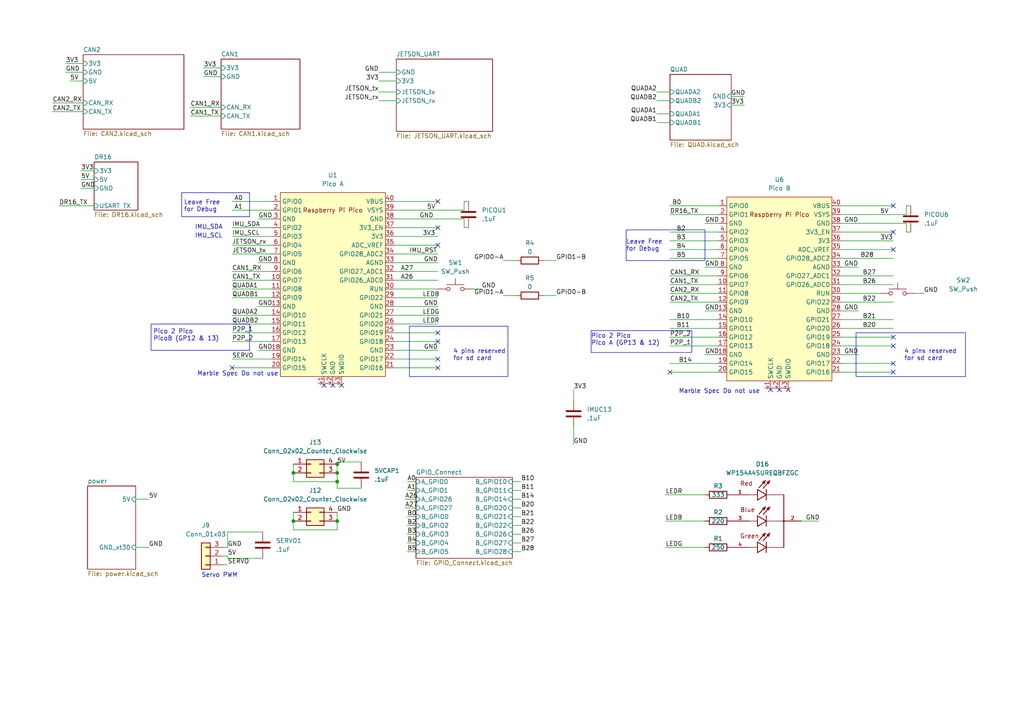
<source format=kicad_sch>
(kicad_sch (version 20230121) (generator eeschema)
  (paper "A4")
  (lib_symbols
    (symbol "Connector_Generic:Conn_01x03" (pin_names (offset 1.016) hide)
      (property "Reference" "J" (at 0 5.08 0))
      (property "Value" "Conn_01x03" (at 0 -5.08 0))
      (symbol "Conn_01x03_1_1"
        (rectangle (start -1.27 -2.413) (end 0 -2.667) (stroke (width 0.1524)))
        (rectangle (start -1.27 0.127) (end 0 -0.127) (stroke (width 0.1524)))
        (rectangle (start -1.27 2.667) (end 0 2.413) (stroke (width 0.1524)))
        (rectangle (start -1.27 3.81) (end 1.27 -3.81) (stroke (width 0.254)) (fill (type background)))
        (pin passive line (at -5.08 2.54 0) (length 3.81) (name "Pin_1") (number "1"))
        (pin passive line (at -5.08 0 0) (length 3.81) (name "Pin_2") (number "2"))
        (pin passive line (at -5.08 -2.54 0) (length 3.81) (name "Pin_3") (number "3"))
      )
    )
    (symbol "Connector_Generic:Conn_02x02_Counter_Clockwise" (pin_names (offset 1.016) hide)
      (property "Reference" "J" (at 1.27 2.54 0))
      (property "Value" "Conn_02x02_Counter_Clockwise" (at 1.27 -5.08 0))
      (symbol "Conn_02x02_Counter_Clockwise_1_1"
        (rectangle (start -1.27 -2.413) (end 0 -2.667) (stroke (width 0.1524)))
        (rectangle (start -1.27 0.127) (end 0 -0.127) (stroke (width 0.1524)))
        (rectangle (start -1.27 1.27) (end 3.81 -3.81) (stroke (width 0.254)) (fill (type background)))
        (rectangle (start 3.81 -2.413) (end 2.54 -2.667) (stroke (width 0.1524)))
        (rectangle (start 3.81 0.127) (end 2.54 -0.127) (stroke (width 0.1524)))
        (pin passive line (at -5.08 0 0) (length 3.81) (name "Pin_1") (number "1"))
        (pin passive line (at -5.08 -2.54 0) (length 3.81) (name "Pin_2") (number "2"))
        (pin passive line (at 7.62 -2.54 180) (length 3.81) (name "Pin_3") (number "3"))
        (pin passive line (at 7.62 0 180) (length 3.81) (name "Pin_4") (number "4"))
      )
    )
    (symbol "Device:C" (pin_numbers hide) (pin_names (offset 0.254))
      (property "Reference" "C" (at 0.635 2.54 0))
      (property "Value" "C" (at 0.635 -2.54 0))
      (symbol "C_0_1"
        (polyline (pts (xy -2.032 -0.762) (xy 2.032 -0.762)) (stroke (width 0.508)))
        (polyline (pts (xy -2.032 0.762) (xy 2.032 0.762)) (stroke (width 0.508)))
      )
      (symbol "C_1_1"
        (pin passive line (at 0 3.81 270) (length 2.794) (name "~") (number "1"))
        (pin passive line (at 0 -3.81 90) (length 2.794) (name "~") (number "2"))
      )
    )
    (symbol "Device:R" (pin_numbers hide) (pin_names (offset 0))
      (property "Reference" "R" (at 2.032 0 90))
      (property "Value" "R" (at 0 0 90))
      (symbol "R_0_1"
        (rectangle (start -1.016 -2.54) (end 1.016 2.54) (stroke (width 0.254)))
      )
      (symbol "R_1_1"
        (pin passive line (at 0 3.81 270) (length 1.27) (name "~") (number "1"))
        (pin passive line (at 0 -3.81 90) (length 1.27) (name "~") (number "2"))
      )
    )
    (symbol "MCU_RaspberryPi_and_Boards:Pico"
      (property "Reference" "U" (at -13.97 27.94 0))
      (property "Value" "Pico" (at 0 19.05 0))
      (symbol "Pico_0_0"
        (text "Raspberry Pi Pico" (at 0 21.59 0) (effects (font (size 1.27 1.27))))
      )
      (symbol "Pico_0_1"
        (rectangle (start -15.24 26.67) (end 15.24 -26.67) (fill (type background)))
      )
      (symbol "Pico_1_1"
        (pin bidirectional line (at -17.78 24.13 0) (length 2.54) (name "GPIO0") (number "1"))
        (pin bidirectional line (at -17.78 1.27 0) (length 2.54) (name "GPIO7") (number "10"))
        (pin bidirectional line (at -17.78 -1.27 0) (length 2.54) (name "GPIO8") (number "11"))
        (pin bidirectional line (at -17.78 -3.81 0) (length 2.54) (name "GPIO9") (number "12"))
        (pin power_in line (at -17.78 -6.35 0) (length 2.54) (name "GND") (number "13"))
        (pin bidirectional line (at -17.78 -8.89 0) (length 2.54) (name "GPIO10") (number "14"))
        (pin bidirectional line (at -17.78 -11.43 0) (length 2.54) (name "GPIO11") (number "15"))
        (pin bidirectional line (at -17.78 -13.97 0) (length 2.54) (name "GPIO12") (number "16"))
        (pin bidirectional line (at -17.78 -16.51 0) (length 2.54) (name "GPIO13") (number "17"))
        (pin power_in line (at -17.78 -19.05 0) (length 2.54) (name "GND") (number "18"))
        (pin bidirectional line (at -17.78 -21.59 0) (length 2.54) (name "GPIO14") (number "19"))
        (pin bidirectional line (at -17.78 21.59 0) (length 2.54) (name "GPIO1") (number "2"))
        (pin bidirectional line (at -17.78 -24.13 0) (length 2.54) (name "GPIO15") (number "20"))
        (pin bidirectional line (at 17.78 -24.13 180) (length 2.54) (name "GPIO16") (number "21"))
        (pin bidirectional line (at 17.78 -21.59 180) (length 2.54) (name "GPIO17") (number "22"))
        (pin power_in line (at 17.78 -19.05 180) (length 2.54) (name "GND") (number "23"))
        (pin bidirectional line (at 17.78 -16.51 180) (length 2.54) (name "GPIO18") (number "24"))
        (pin bidirectional line (at 17.78 -13.97 180) (length 2.54) (name "GPIO19") (number "25"))
        (pin bidirectional line (at 17.78 -11.43 180) (length 2.54) (name "GPIO20") (number "26"))
        (pin bidirectional line (at 17.78 -8.89 180) (length 2.54) (name "GPIO21") (number "27"))
        (pin power_in line (at 17.78 -6.35 180) (length 2.54) (name "GND") (number "28"))
        (pin bidirectional line (at 17.78 -3.81 180) (length 2.54) (name "GPIO22") (number "29"))
        (pin power_in line (at -17.78 19.05 0) (length 2.54) (name "GND") (number "3"))
        (pin input line (at 17.78 -1.27 180) (length 2.54) (name "RUN") (number "30"))
        (pin bidirectional line (at 17.78 1.27 180) (length 2.54) (name "GPIO26_ADC0") (number "31"))
        (pin bidirectional line (at 17.78 3.81 180) (length 2.54) (name "GPIO27_ADC1") (number "32"))
        (pin power_in line (at 17.78 6.35 180) (length 2.54) (name "AGND") (number "33"))
        (pin bidirectional line (at 17.78 8.89 180) (length 2.54) (name "GPIO28_ADC2") (number "34"))
        (pin power_in line (at 17.78 11.43 180) (length 2.54) (name "ADC_VREF") (number "35"))
        (pin power_in line (at 17.78 13.97 180) (length 2.54) (name "3V3") (number "36"))
        (pin input line (at 17.78 16.51 180) (length 2.54) (name "3V3_EN") (number "37"))
        (pin bidirectional line (at 17.78 19.05 180) (length 2.54) (name "GND") (number "38"))
        (pin power_in line (at 17.78 21.59 180) (length 2.54) (name "VSYS") (number "39"))
        (pin bidirectional line (at -17.78 16.51 0) (length 2.54) (name "GPIO2") (number "4"))
        (pin power_in line (at 17.78 24.13 180) (length 2.54) (name "VBUS") (number "40"))
        (pin input line (at -2.54 -29.21 90) (length 2.54) (name "SWCLK") (number "41"))
        (pin power_in line (at 0 -29.21 90) (length 2.54) (name "GND") (number "42"))
        (pin bidirectional line (at 2.54 -29.21 90) (length 2.54) (name "SWDIO") (number "43"))
        (pin bidirectional line (at -17.78 13.97 0) (length 2.54) (name "GPIO3") (number "5"))
        (pin bidirectional line (at -17.78 11.43 0) (length 2.54) (name "GPIO4") (number "6"))
        (pin bidirectional line (at -17.78 8.89 0) (length 2.54) (name "GPIO5") (number "7"))
        (pin power_in line (at -17.78 6.35 0) (length 2.54) (name "GND") (number "8"))
        (pin bidirectional line (at -17.78 3.81 0) (length 2.54) (name "GPIO6") (number "9"))
      )
    )
    (symbol "Switch:SW_Push" (pin_numbers hide) (pin_names (offset 1.016) hide)
      (property "Reference" "SW" (at 1.27 2.54 0))
      (property "Value" "SW_Push" (at 0 -1.524 0))
      (symbol "SW_Push_0_1"
        (circle (center -2.032 0) (radius 0.508))
        (polyline (pts (xy 0 1.27) (xy 0 3.048)))
        (polyline (pts (xy 2.54 1.27) (xy -2.54 1.27)))
        (circle (center 2.032 0) (radius 0.508))
        (pin passive line (at -5.08 0 0) (length 2.54) (name "1") (number "1"))
        (pin passive line (at 5.08 0 180) (length 2.54) (name "2") (number "2"))
      )
    )
    (symbol "WP154A4SUREQBFZGC:WP154A4SUREQBFZGC" (pin_names (offset 1.016))
      (property "Reference" "D" (at -10.16 12.7 0))
      (property "Value" "WP154A4SUREQBFZGC" (at -10.16 -12.7 0))
      (symbol "WP154A4SUREQBFZGC_0_0"
        (polyline (pts (xy -2.54 -9.144) (xy 0 -7.62)) (stroke (width 0.254)))
        (polyline (pts (xy -2.54 -7.62) (xy -5.08 -7.62)) (stroke (width 0.1524)))
        (polyline (pts (xy -2.54 -7.62) (xy -2.54 -9.144)) (stroke (width 0.254)))
        (polyline (pts (xy -2.54 -6.096) (xy -2.54 -7.62)) (stroke (width 0.254)))
        (polyline (pts (xy -2.54 -1.524) (xy 0 0)) (stroke (width 0.254)))
        (polyline (pts (xy -2.54 0) (xy -5.08 0)) (stroke (width 0.1524)))
        (polyline (pts (xy -2.54 0) (xy -2.54 -1.524)) (stroke (width 0.254)))
        (polyline (pts (xy -2.54 1.524) (xy -2.54 0)) (stroke (width 0.254)))
        (polyline (pts (xy -2.54 6.096) (xy 0 7.62)) (stroke (width 0.254)))
        (polyline (pts (xy -2.54 7.62) (xy -5.08 7.62)) (stroke (width 0.1524)))
        (polyline (pts (xy -2.54 7.62) (xy -2.54 6.096)) (stroke (width 0.254)))
        (polyline (pts (xy -2.54 9.144) (xy -2.54 7.62)) (stroke (width 0.254)))
        (polyline (pts (xy -0.3556 -3.5814) (xy -2.1336 -5.6134)) (stroke (width 0.254)))
        (polyline (pts (xy -0.3556 4.0386) (xy -2.1336 2.0066)) (stroke (width 0.254)))
        (polyline (pts (xy -0.3556 11.6586) (xy -2.1336 9.6266)) (stroke (width 0.254)))
        (polyline (pts (xy 0 -7.62) (xy -2.54 -6.096)) (stroke (width 0.254)))
        (polyline (pts (xy 0 -7.62) (xy 0 -9.144)) (stroke (width 0.254)))
        (polyline (pts (xy 0 -6.096) (xy 0 -7.62)) (stroke (width 0.254)))
        (polyline (pts (xy 0 0) (xy -2.54 1.524)) (stroke (width 0.254)))
        (polyline (pts (xy 0 0) (xy 0 -1.524)) (stroke (width 0.254)))
        (polyline (pts (xy 0 1.524) (xy 0 0)) (stroke (width 0.254)))
        (polyline (pts (xy 0 7.62) (xy -2.54 9.144)) (stroke (width 0.254)))
        (polyline (pts (xy 0 7.62) (xy 0 6.096)) (stroke (width 0.254)))
        (polyline (pts (xy 0 9.144) (xy 0 7.62)) (stroke (width 0.254)))
        (polyline (pts (xy 0.889 -3.683) (xy -0.889 -5.715)) (stroke (width 0.254)))
        (polyline (pts (xy 0.889 3.937) (xy -0.889 1.905)) (stroke (width 0.254)))
        (polyline (pts (xy 0.889 11.557) (xy -0.889 9.525)) (stroke (width 0.254)))
        (polyline (pts (xy 5.08 -7.62) (xy 0 -7.62)) (stroke (width 0.1524)))
        (polyline (pts (xy 5.08 0) (xy 0 0)) (stroke (width 0.1524)))
        (polyline (pts (xy 5.08 0) (xy 5.08 -7.62)) (stroke (width 0.254)))
        (polyline (pts (xy 5.08 7.62) (xy 0 7.62)) (stroke (width 0.1524)))
        (polyline (pts (xy 5.08 7.62) (xy 5.08 0)) (stroke (width 0.254)))
        (polyline (pts (xy -1.143 -3.937) (xy -0.5715 -4.445) (xy -0.1905 -3.429) (xy -1.143 -3.937)) (stroke (width 0.1524)) (fill (type outline)))
        (polyline (pts (xy -1.143 3.683) (xy -0.5715 3.175) (xy -0.1905 4.191) (xy -1.143 3.683)) (stroke (width 0.1524)) (fill (type outline)))
        (polyline (pts (xy -1.143 11.303) (xy -0.5715 10.795) (xy -0.1905 11.811) (xy -1.143 11.303)) (stroke (width 0.1524)) (fill (type outline)))
        (polyline (pts (xy 0.127 -4.0005) (xy 0.6985 -4.5085) (xy 1.0795 -3.429) (xy 0.127 -4.0005)) (stroke (width 0.1524)) (fill (type outline)))
        (polyline (pts (xy 0.127 3.6195) (xy 0.6985 3.1115) (xy 1.0795 4.191) (xy 0.127 3.6195)) (stroke (width 0.1524)) (fill (type outline)))
        (polyline (pts (xy 0.127 11.2395) (xy 0.6985 10.7315) (xy 1.0795 11.811) (xy 0.127 11.2395)) (stroke (width 0.1524)) (fill (type outline)))
        (circle (center 5.08 0) (radius 0.15) (stroke (width 0.3)))
        (text "Blue" (at -7.62 2.54 0) (effects (font (size 1.27 1.27)) (justify left bottom)))
        (text "Green" (at -7.62 -5.08 0) (effects (font (size 1.27 1.27)) (justify left bottom)))
        (text "Red" (at -7.62 10.16 0) (effects (font (size 1.27 1.27)) (justify left bottom)))
        (pin passive line (at -10.16 7.62 0) (length 5.08) (name "~") (number "1"))
        (pin passive line (at 10.16 0 180) (length 5.08) (name "~") (number "2"))
        (pin passive line (at -10.16 0 0) (length 5.08) (name "~") (number "3"))
        (pin passive line (at -10.16 -7.62 0) (length 5.08) (name "~") (number "4"))
      )
    )
  )
  (junction (at 97.79 151.13))
  (junction (at 97.79 134.62))
  (junction (at 97.79 139.7))
  (junction (at 85.09 137.16))
  (junction (at 97.79 137.16))
  (junction (at 85.09 151.13))
  (no_connect (at 127 99.06))
  (no_connect (at 96.52 111.76))
  (no_connect (at 194.31 107.95))
  (no_connect (at 127 71.12))
  (no_connect (at 127 96.52))
  (no_connect (at 127 106.68))
  (no_connect (at 259.08 97.79))
  (no_connect (at 259.08 107.95))
  (no_connect (at 226.06 113.03))
  (no_connect (at 259.08 67.31))
  (no_connect (at 67.31 106.68))
  (no_connect (at 228.6 113.03))
  (no_connect (at 127 104.14))
  (no_connect (at 259.08 105.41))
  (no_connect (at 127 58.42))
  (no_connect (at 127 66.04))
  (no_connect (at 223.52 113.03))
  (no_connect (at 259.08 59.69))
  (no_connect (at 259.08 72.39))
  (no_connect (at 259.08 100.33))
  (no_connect (at 99.06 111.76))
  (no_connect (at 93.98 111.76))
  (wire (pts (xy 74.93 88.9) (xy 78.74 88.9)))
  (wire (pts (xy 204.47 90.17) (xy 208.28 90.17)))
  (wire (pts (xy 15.24 29.845) (xy 24.13 29.845)))
  (wire (pts (xy 194.31 82.55) (xy 208.28 82.55)))
  (wire (pts (xy 67.31 106.68) (xy 78.74 106.68)))
  (wire (pts (xy 117.475 147.32) (xy 120.65 147.32)))
  (wire (pts (xy 64.77 163.83) (xy 66.04 163.83)))
  (wire (pts (xy 114.3 91.44) (xy 127 91.44)))
  (wire (pts (xy 194.31 100.33) (xy 208.28 100.33)))
  (wire (pts (xy 97.79 153.67) (xy 97.79 151.13)))
  (wire (pts (xy 74.93 76.2) (xy 78.74 76.2)))
  (wire (pts (xy 134.62 60.96) (xy 114.3 60.96)))
  (wire (pts (xy 243.84 72.39) (xy 259.08 72.39)))
  (wire (pts (xy 262.89 59.69) (xy 262.89 62.23)))
  (wire (pts (xy 114.3 63.5) (xy 134.62 63.5)))
  (wire (pts (xy 67.31 66.04) (xy 78.74 66.04)))
  (wire (pts (xy 243.84 90.17) (xy 248.92 90.17)))
  (wire (pts (xy 194.31 97.79) (xy 208.28 97.79)))
  (wire (pts (xy 243.84 59.69) (xy 259.08 59.69)))
  (wire (pts (xy 67.31 58.42) (xy 78.74 58.42)))
  (wire (pts (xy 74.93 63.5) (xy 78.74 63.5)))
  (wire (pts (xy 17.145 59.69) (xy 27.305 59.69)))
  (wire (pts (xy 151.13 144.78) (xy 148.59 144.78)))
  (wire (pts (xy 137.16 83.82) (xy 139.7 83.82)))
  (wire (pts (xy 64.77 158.75) (xy 66.04 158.75)))
  (wire (pts (xy 85.09 137.16) (xy 85.09 139.7)))
  (wire (pts (xy 67.31 99.06) (xy 78.74 99.06)))
  (wire (pts (xy 243.84 87.63) (xy 259.08 87.63)))
  (wire (pts (xy 120.65 157.48) (xy 118.11 157.48)))
  (wire (pts (xy 114.3 88.9) (xy 127 88.9)))
  (wire (pts (xy 194.31 62.23) (xy 208.28 62.23)))
  (wire (pts (xy 194.31 105.41) (xy 208.28 105.41)))
  (wire (pts (xy 204.47 77.47) (xy 208.28 77.47)))
  (wire (pts (xy 67.31 60.96) (xy 78.74 60.96)))
  (wire (pts (xy 85.09 134.62) (xy 85.09 137.16)))
  (wire (pts (xy 194.31 74.93) (xy 208.28 74.93)))
  (wire (pts (xy 39.37 144.78) (xy 43.18 144.78)))
  (wire (pts (xy 134.62 58.42) (xy 134.62 60.96)))
  (wire (pts (xy 194.31 87.63) (xy 208.28 87.63)))
  (wire (pts (xy 193.04 143.51) (xy 204.47 143.51)))
  (wire (pts (xy 151.13 142.24) (xy 148.59 142.24)))
  (wire (pts (xy 243.84 107.95) (xy 259.08 107.95)))
  (wire (pts (xy 114.3 99.06) (xy 127 99.06)))
  (wire (pts (xy 194.31 72.39) (xy 208.28 72.39)))
  (wire (pts (xy 243.84 80.01) (xy 259.08 80.01)))
  (wire (pts (xy 243.84 69.85) (xy 259.08 69.85)))
  (wire (pts (xy 114.3 101.6) (xy 127 101.6)))
  (wire (pts (xy 204.47 64.77) (xy 208.28 64.77)))
  (wire (pts (xy 114.3 76.2) (xy 127 76.2)))
  (wire (pts (xy 243.84 92.71) (xy 259.08 92.71)))
  (wire (pts (xy 194.31 59.69) (xy 208.28 59.69)))
  (wire (pts (xy 67.31 71.12) (xy 78.74 71.12)))
  (wire (pts (xy 193.04 158.75) (xy 204.47 158.75)))
  (wire (pts (xy 190.5 29.21) (xy 194.31 29.21)))
  (wire (pts (xy 243.84 105.41) (xy 259.08 105.41)))
  (wire (pts (xy 109.855 29.21) (xy 114.935 29.21)))
  (wire (pts (xy 85.09 148.59) (xy 85.09 151.13)))
  (wire (pts (xy 190.5 33.02) (xy 194.31 33.02)))
  (wire (pts (xy 19.05 18.415) (xy 24.13 18.415)))
  (wire (pts (xy 243.84 97.79) (xy 259.08 97.79)))
  (wire (pts (xy 97.79 151.13) (xy 97.79 148.59)))
  (wire (pts (xy 120.65 152.4) (xy 118.11 152.4)))
  (wire (pts (xy 114.3 104.14) (xy 127 104.14)))
  (wire (pts (xy 190.5 35.56) (xy 194.31 35.56)))
  (wire (pts (xy 67.31 73.66) (xy 78.74 73.66)))
  (wire (pts (xy 232.41 151.13) (xy 237.49 151.13)))
  (wire (pts (xy 151.13 149.86) (xy 148.59 149.86)))
  (wire (pts (xy 97.79 133.985) (xy 97.79 134.62)))
  (wire (pts (xy 114.3 66.04) (xy 127 66.04)))
  (wire (pts (xy 67.31 68.58) (xy 78.74 68.58)))
  (wire (pts (xy 59.055 22.225) (xy 64.135 22.225)))
  (wire (pts (xy 134.62 66.04) (xy 134.62 63.5)))
  (wire (pts (xy 194.31 69.85) (xy 208.28 69.85)))
  (wire (pts (xy 114.3 58.42) (xy 127 58.42)))
  (wire (pts (xy 20.32 23.495) (xy 24.13 23.495)))
  (wire (pts (xy 15.24 32.385) (xy 24.13 32.385)))
  (wire (pts (xy 243.84 62.23) (xy 262.89 62.23)))
  (wire (pts (xy 120.65 154.94) (xy 118.11 154.94)))
  (wire (pts (xy 151.13 139.7) (xy 148.59 139.7)))
  (wire (pts (xy 157.48 85.725) (xy 161.29 85.725)))
  (wire (pts (xy 85.09 139.7) (xy 97.79 139.7)))
  (wire (pts (xy 190.5 26.67) (xy 194.31 26.67)))
  (wire (pts (xy 151.13 154.94) (xy 148.59 154.94)))
  (wire (pts (xy 67.31 91.44) (xy 78.74 91.44)))
  (wire (pts (xy 212.09 30.48) (xy 215.9 30.48)))
  (wire (pts (xy 262.89 67.31) (xy 262.89 64.77)))
  (wire (pts (xy 114.3 68.58) (xy 127 68.58)))
  (wire (pts (xy 85.09 153.67) (xy 97.79 153.67)))
  (wire (pts (xy 67.31 96.52) (xy 78.74 96.52)))
  (wire (pts (xy 243.84 64.77) (xy 262.89 64.77)))
  (wire (pts (xy 157.48 75.565) (xy 161.29 75.565)))
  (wire (pts (xy 151.13 147.32) (xy 148.59 147.32)))
  (wire (pts (xy 120.65 149.86) (xy 118.11 149.86)))
  (wire (pts (xy 114.3 71.12) (xy 127 71.12)))
  (wire (pts (xy 265.43 85.09) (xy 267.97 85.09)))
  (wire (pts (xy 114.3 83.82) (xy 127 83.82)))
  (wire (pts (xy 97.79 137.16) (xy 97.79 134.62)))
  (wire (pts (xy 146.05 75.565) (xy 149.86 75.565)))
  (wire (pts (xy 114.3 86.36) (xy 127 86.36)))
  (wire (pts (xy 120.65 144.78) (xy 117.475 144.78)))
  (wire (pts (xy 215.9 27.94) (xy 212.09 27.94)))
  (wire (pts (xy 194.31 85.09) (xy 208.28 85.09)))
  (wire (pts (xy 59.055 19.685) (xy 64.135 19.685)))
  (wire (pts (xy 151.13 157.48) (xy 148.59 157.48)))
  (wire (pts (xy 194.31 80.01) (xy 208.28 80.01)))
  (wire (pts (xy 109.855 23.495) (xy 114.935 23.495)))
  (wire (pts (xy 114.3 106.68) (xy 127 106.68)))
  (wire (pts (xy 151.13 152.4) (xy 148.59 152.4)))
  (wire (pts (xy 67.31 93.98) (xy 78.74 93.98)))
  (wire (pts (xy 120.65 142.24) (xy 118.11 142.24)))
  (wire (pts (xy 114.3 78.74) (xy 127 78.74)))
  (wire (pts (xy 74.93 101.6) (xy 78.74 101.6)))
  (wire (pts (xy 67.31 81.28) (xy 78.74 81.28)))
  (wire (pts (xy 114.3 81.28) (xy 127 81.28)))
  (wire (pts (xy 66.04 161.925) (xy 66.04 161.29)))
  (wire (pts (xy 114.3 73.66) (xy 127 73.66)))
  (wire (pts (xy 64.77 161.29) (xy 66.04 161.29)))
  (wire (pts (xy 255.27 85.09) (xy 243.84 85.09)))
  (wire (pts (xy 23.495 52.07) (xy 27.305 52.07)))
  (wire (pts (xy 39.37 158.75) (xy 43.18 158.75)))
  (wire (pts (xy 264.16 67.31) (xy 262.89 67.31)))
  (wire (pts (xy 55.245 33.655) (xy 64.135 33.655)))
  (wire (pts (xy 19.05 20.955) (xy 24.13 20.955)))
  (wire (pts (xy 120.65 139.7) (xy 118.11 139.7)))
  (wire (pts (xy 109.855 20.955) (xy 114.935 20.955)))
  (wire (pts (xy 204.47 102.87) (xy 208.28 102.87)))
  (wire (pts (xy 166.37 113.03) (xy 166.37 116.205)))
  (wire (pts (xy 243.84 100.33) (xy 259.08 100.33)))
  (wire (pts (xy 146.05 85.725) (xy 149.86 85.725)))
  (wire (pts (xy 67.31 83.82) (xy 78.74 83.82)))
  (wire (pts (xy 104.775 133.985) (xy 97.79 133.985)))
  (wire (pts (xy 194.31 107.95) (xy 208.28 107.95)))
  (wire (pts (xy 243.84 77.47) (xy 248.92 77.47)))
  (wire (pts (xy 194.31 95.25) (xy 208.28 95.25)))
  (wire (pts (xy 104.775 141.605) (xy 97.79 141.605)))
  (wire (pts (xy 262.89 59.69) (xy 264.16 59.69)))
  (wire (pts (xy 193.04 151.13) (xy 204.47 151.13)))
  (wire (pts (xy 85.09 151.13) (xy 85.09 153.67)))
  (wire (pts (xy 134.62 58.42) (xy 135.89 58.42)))
  (wire (pts (xy 97.79 141.605) (xy 97.79 139.7)))
  (wire (pts (xy 109.855 26.67) (xy 114.935 26.67)))
  (wire (pts (xy 243.84 67.31) (xy 259.08 67.31)))
  (wire (pts (xy 194.31 92.71) (xy 208.28 92.71)))
  (wire (pts (xy 67.31 104.14) (xy 78.74 104.14)))
  (wire (pts (xy 114.3 96.52) (xy 127 96.52)))
  (wire (pts (xy 120.65 160.02) (xy 118.11 160.02)))
  (wire (pts (xy 243.84 95.25) (xy 259.08 95.25)))
  (wire (pts (xy 67.31 78.74) (xy 78.74 78.74)))
  (wire (pts (xy 76.2 154.305) (xy 66.04 154.305)))
  (wire (pts (xy 135.89 66.04) (xy 134.62 66.04)))
  (wire (pts (xy 97.79 139.7) (xy 97.79 137.16)))
  (wire (pts (xy 194.31 67.31) (xy 208.28 67.31)))
  (wire (pts (xy 151.13 160.02) (xy 148.59 160.02)))
  (wire (pts (xy 243.84 74.93) (xy 259.08 74.93)))
  (wire (pts (xy 66.04 154.305) (xy 66.04 158.75)))
  (wire (pts (xy 166.37 123.825) (xy 166.37 128.905)))
  (wire (pts (xy 23.495 49.53) (xy 27.305 49.53)))
  (wire (pts (xy 114.3 93.98) (xy 127 93.98)))
  (wire (pts (xy 76.2 161.925) (xy 66.04 161.925)))
  (wire (pts (xy 55.245 31.115) (xy 64.135 31.115)))
  (wire (pts (xy 243.84 102.87) (xy 248.92 102.87)))
  (wire (pts (xy 67.31 86.36) (xy 78.74 86.36)))
  (wire (pts (xy 23.495 54.61) (xy 27.305 54.61)))
  (wire (pts (xy 243.84 82.55) (xy 259.08 82.55)))
  (rectangle (start 43.815 93.98) (end 72.39 101.6))
  (rectangle (start 118.745 94.615) (end 147.32 109.22))
  (rectangle (start 52.705 55.88) (end 72.39 62.865))
  (rectangle (start 248.285 96.52) (end 280.035 109.22))
  (rectangle (start 181.61 66.675) (end 204.47 75.565))
  (rectangle (start 171.45 95.885) (end 200.66 102.235))
  (text "4 pins reserved\nfor sd card" (at 131.445 104.775 0) (effects (font (size 1.27 1.27)) (justify left bottom)))
  (text "Servo PWM\n" (at 58.42 167.64 0) (effects (font (size 1.27 1.27)) (justify left bottom)))
  (text "IMU_SCL\n" (at 56.515 69.215 0) (effects (font (size 1.27 1.27)) (justify left bottom)))
  (text "Pico 2 Pico\nPicoB (GP12 & 13)" (at 44.45 99.06 0) (effects (font (size 1.27 1.27)) (justify left bottom)))
  (text "Leave Free \nfor Debug" (at 53.34 61.595 0) (effects (font (size 1.27 1.27)) (justify left bottom)))
  (text "Pico 2 Pico\nPico A (GP13 & 12)" (at 171.45 100.33 0) (effects (font (size 1.27 1.27)) (justify left bottom)))
  (text "IMU_SDA\n" (at 56.515 66.675 0) (effects (font (size 1.27 1.27)) (justify left bottom)))
  (text "4 pins reserved\nfor sd card" (at 262.255 104.775 0) (effects (font (size 1.27 1.27)) (justify left bottom)))
  (text "Marble Spec Do not use" (at 196.85 114.3 0) (effects (font (size 1.27 1.27)) (justify left bottom)))
  (text "Leave Free\nfor Debug" (at 181.61 73.025 0) (effects (font (size 1.27 1.27)) (justify left bottom)))
  (text "Marble Spec Do not use" (at 57.15 109.22 0) (effects (font (size 1.27 1.27)) (justify left bottom)))
  (label "B10" (at 151.13 139.7 0))
  (label "GND" (at 248.92 64.77 180))
  (label "B11" (at 151.13 142.24 0))
  (label "JETSON_tx" (at 109.855 26.67 180))
  (label "CAN1_RX" (at 55.245 31.115 0))
  (label "CAN1_RX" (at 67.31 78.74 0))
  (label "B20" (at 151.13 147.32 0))
  (label "GND" (at 74.93 101.6 0))
  (label "GPIO0-A" (at 146.05 75.565 180))
  (label "3V3" (at 166.37 113.03 0))
  (label "P2P_2" (at 194.31 97.79 0))
  (label "QUADB2" (at 67.31 93.98 0))
  (label "B27" (at 250.19 80.01 0))
  (label "GPIO1-A" (at 146.05 85.725 180))
  (label "3V3" (at 23.495 49.53 0))
  (label "B2" (at 118.11 152.4 0))
  (label "B2" (at 196.215 67.31 0))
  (label "B11" (at 196.215 95.25 0))
  (label "3V3" (at 122.555 68.58 0))
  (label "LEDR" (at 193.04 143.51 0))
  (label "5V" (at 123.825 60.96 0))
  (label "GND" (at 127 88.9 180))
  (label "GPIO0-B" (at 161.29 85.725 0))
  (label "P2P_2" (at 67.31 99.06 0))
  (label "CAN2_RX" (at 15.24 29.845 0))
  (label "GND" (at 74.93 63.5 0))
  (label "B0" (at 118.11 149.86 0))
  (label "IMU_RST" (at 118.745 73.66 0))
  (label "GND" (at 125.73 63.5 180))
  (label "LEDB" (at 193.04 151.13 0))
  (label "B4" (at 196.215 72.39 0))
  (label "QUADA2" (at 190.5 26.67 180))
  (label "A0" (at 67.945 58.42 0))
  (label "GND" (at 166.37 128.905 0))
  (label "GND" (at 74.93 88.9 0))
  (label "B3" (at 118.11 154.94 0))
  (label "P2P_1" (at 194.31 100.33 0))
  (label "B10" (at 196.215 92.71 0))
  (label "B14" (at 196.85 105.41 0))
  (label "QUADA1" (at 67.31 83.82 0))
  (label "GND" (at 204.47 102.87 0))
  (label "CAN1_TX" (at 67.31 81.28 0))
  (label "B26" (at 151.13 154.94 0))
  (label "B3" (at 196.215 69.85 0))
  (label "LEDG" (at 193.04 158.75 0))
  (label "B28" (at 151.13 160.02 0))
  (label "P2P_1" (at 67.31 96.52 0))
  (label "CAN2_TX" (at 194.31 87.63 0))
  (label "GND" (at 204.47 77.47 0))
  (label "GND" (at 43.18 158.75 0))
  (label "QUADA1" (at 190.5 33.02 180))
  (label "JETSON_tx" (at 67.31 73.66 0))
  (label "B5" (at 196.215 74.93 0))
  (label "5V" (at 66.04 161.29 0))
  (label "B26" (at 250.19 82.55 0))
  (label "5V" (at 20.32 23.495 0))
  (label "QUADB1" (at 67.31 86.36 0))
  (label "GND" (at 233.68 151.13 0))
  (label "SERVO" (at 66.04 163.83 0))
  (label "QUADA2" (at 67.31 91.44 0))
  (label "B4" (at 118.11 157.48 0))
  (label "A27" (at 116.205 78.74 0))
  (label "CAN1_TX" (at 55.245 33.655 0))
  (label "LEDR" (at 122.555 93.98 0))
  (label "IMU_SDA" (at 67.31 66.04 0))
  (label "3V3" (at 19.05 18.415 0))
  (label "CAN1_TX" (at 194.31 82.55 0))
  (label "SERVO" (at 67.31 104.14 0))
  (label "DR16_TX" (at 17.145 59.69 0))
  (label "3V3" (at 59.055 19.685 0))
  (label "B14" (at 151.13 144.78 0))
  (label "GND" (at 19.05 20.955 0))
  (label "GND" (at 248.92 77.47 180))
  (label "B27" (at 151.13 157.48 0))
  (label "GND" (at 59.055 22.225 0))
  (label "LEDB" (at 122.555 86.36 0))
  (label "3V3" (at 109.855 23.495 180))
  (label "A1" (at 67.945 60.96 0))
  (label "QUADB2" (at 190.5 29.21 180))
  (label "GND" (at 248.92 90.17 180))
  (label "3V3" (at 212.09 30.48 0))
  (label "A26" (at 117.475 144.78 0))
  (label "DR16_TX" (at 194.31 62.23 0))
  (label "B21" (at 250.19 92.71 0))
  (label "B22" (at 250.19 87.63 0))
  (label "B5" (at 118.11 160.02 0))
  (label "A0" (at 118.11 139.7 0))
  (label "IMU_SCL" (at 67.31 68.58 0))
  (label "CAN2_RX" (at 194.31 85.09 0))
  (label "3V3" (at 255.27 69.85 0))
  (label "GND" (at 109.855 20.955 180))
  (label "GND" (at 97.79 148.59 0))
  (label "GND" (at 66.04 158.75 0))
  (label "GND" (at 23.495 54.61 0))
  (label "A26" (at 116.205 81.28 0))
  (label "GND" (at 248.92 102.87 180))
  (label "GND" (at 204.47 64.77 0))
  (label "GND" (at 212.09 27.94 0))
  (label "5V" (at 255.27 62.23 0))
  (label "GPIO1-B" (at 161.29 75.565 0))
  (label "GND" (at 127 76.2 180))
  (label "JETSON_rx" (at 67.31 71.12 0))
  (label "LEDG" (at 122.555 91.44 0))
  (label "CAN2_TX" (at 15.24 32.385 0))
  (label "5V" (at 97.79 134.62 0))
  (label "GND" (at 74.93 76.2 0))
  (label "B22" (at 151.13 152.4 0))
  (label "GND" (at 204.47 90.17 0))
  (label "B20" (at 250.19 95.25 0))
  (label "JETSON_rx" (at 109.855 29.21 180))
  (label "CAN1_RX" (at 194.31 80.01 0))
  (label "5V" (at 23.495 52.07 0))
  (label "QUADB1" (at 190.5 35.56 180))
  (label "GND" (at 267.97 85.09 0))
  (label "GND" (at 139.7 83.82 0))
  (label "B21" (at 151.13 149.86 0))
  (label "GND" (at 127 101.6 180))
  (label "A27" (at 117.475 147.32 0))
  (label "B28" (at 249.555 74.93 0))
  (label "B0" (at 194.945 59.69 0))
  (label "A1" (at 118.11 142.24 0))
  (label "5V" (at 43.18 144.78 0))
  (symbol (lib_id "Device:C") (at 166.37 120.015 0) (unit 1)
    (property "Reference" "IMUC13" (at 170.18 118.745 0) (effects (justify left)))
    (property "Value" ".1uF" (at 170.18 121.285 0) (effects (justify left)))
    (property "Footprint" "Capacitor_THT:C_Disc_D7.0mm_W2.5mm_P5.00mm" (effects hide))
  )
  (symbol (lib_id "Device:R") (at 208.28 151.13 90) (unit 1)
    (property "Reference" "R2" (at 208.28 148.59 90))
    (property "Value" "220" (at 208.28 151.13 90))
    (property "Footprint" "Resistor_THT:R_Axial_DIN0207_L6.3mm_D2.5mm_P10.16mm_Horizontal" (effects hide))
  )
  (symbol (lib_id "Device:C") (at 135.89 62.23 0) (unit 1)
    (property "Reference" "PICOU1" (at 139.7 60.96 0) (effects (justify left)))
    (property "Value" ".1uF" (at 139.7 63.5 0) (effects (justify left)))
    (property "Footprint" "Capacitor_THT:C_Disc_D7.0mm_W2.5mm_P5.00mm" (effects hide))
  )
  (symbol (lib_id "MCU_RaspberryPi_and_Boards:Pico") (at 226.06 83.82 0) (unit 1)
    (property "Reference" "U6" (at 226.06 52.07 0))
    (property "Value" "Pico B" (at 226.06 54.61 0))
    (property "Footprint" "appended_pico:Updated_Pico" (effects hide))
  )
  (symbol (lib_id "Device:R") (at 153.67 75.565 90) (unit 1)
    (property "Reference" "R4" (at 153.67 70.485 90))
    (property "Value" "0" (at 153.67 73.025 90))
    (property "Footprint" "Resistor_THT:R_Axial_DIN0207_L6.3mm_D2.5mm_P10.16mm_Horizontal" (effects hide))
  )
  (symbol (lib_id "Connector_Generic:Conn_02x02_Counter_Clockwise") (at 90.17 134.62 0) (unit 1)
    (property "Reference" "J13" (at 91.44 128.27 0))
    (property "Value" "Conn_02x02_Counter_Clockwise" (at 91.44 130.81 0))
    (property "Footprint" "Connector_PinSocket_2.00mm:PinSocket_2x02_P2.00mm_Vertical" (effects hide))
  )
  (symbol (lib_id "Connector_Generic:Conn_02x02_Counter_Clockwise") (at 90.17 148.59 0) (unit 1)
    (property "Reference" "J12" (at 91.44 142.24 0))
    (property "Value" "Conn_02x02_Counter_Clockwise" (at 91.44 144.78 0))
    (property "Footprint" "Connector_PinSocket_2.00mm:PinSocket_2x02_P2.00mm_Vertical" (effects hide))
  )
  (symbol (lib_id "MCU_RaspberryPi_and_Boards:Pico") (at 96.52 82.55 0) (unit 1)
    (property "Reference" "U1" (at 96.52 50.8 0))
    (property "Value" "Pico A" (at 96.52 53.34 0))
    (property "Footprint" "appended_pico:Updated_Pico" (effects hide))
  )
  (symbol (lib_id "Connector_Generic:Conn_01x03") (at 59.69 161.29 180) (unit 1)
    (property "Reference" "J9" (at 59.69 152.4 0))
    (property "Value" "Conn_01x03" (at 59.69 154.94 0))
    (property "Footprint" "Connector_PinSocket_2.00mm:PinSocket_1x03_P2.00mm_Vertical" (effects hide))
  )
  (symbol (lib_id "Device:C") (at 264.16 63.5 0) (unit 1)
    (property "Reference" "PICOU6" (at 267.97 62.23 0) (effects (justify left)))
    (property "Value" ".1uF" (at 267.97 64.77 0) (effects (justify left)))
    (property "Footprint" "Capacitor_THT:C_Disc_D7.0mm_W2.5mm_P5.00mm" (effects hide))
  )
  (symbol (lib_id "Switch:SW_Push") (at 260.35 85.09 0) (unit 1)
    (property "Reference" "SW2" (at 279.4 81.28 0))
    (property "Value" "SW_Push" (at 279.4 83.82 0))
    (property "Footprint" "PS1024ALRED:SW_PS1024ALRED" (effects hide))
  )
  (symbol (lib_id "Device:R") (at 208.28 143.51 90) (unit 1)
    (property "Reference" "R3" (at 208.28 140.97 90))
    (property "Value" "333" (at 208.28 143.51 90))
    (property "Footprint" "Resistor_THT:R_Axial_DIN0207_L6.3mm_D2.5mm_P10.16mm_Horizontal" (effects hide))
  )
  (symbol (lib_id "Device:C") (at 104.775 137.795 0) (unit 1)
    (property "Reference" "5VCAP1" (at 108.585 136.525 0) (effects (justify left)))
    (property "Value" ".1uF" (at 108.585 139.065 0) (effects (justify left)))
    (property "Footprint" "Capacitor_THT:C_Disc_D7.0mm_W2.5mm_P5.00mm" (effects hide))
  )
  (symbol (lib_id "WP154A4SUREQBFZGC:WP154A4SUREQBFZGC") (at 222.25 151.13 0) (unit 1)
    (property "Reference" "D16" (at 221.13 134.62 0))
    (property "Value" "WP154A4SUREQBFZGC" (at 221.13 137.16 0))
    (property "Footprint" "WP154A4SUREQBFZGC:LED_WP154A4SUREQBFZGC" (effects hide))
    (property "SNAPEDA_PACKAGE_ID" "25043" (effects hide))
    (property "MAXIMUM_PACKAGE_HEIGHT" "9.6 mm" (effects hide))
    (property "STANDARD" "Manufacturer Recommendations" (effects hide))
    (property "PARTREV" "V.9A" (effects hide))
    (property "MANUFACTURER" "Kingbright" (effects hide))
    (property "SNAPEDA_PN" "WP154A4SUREQBFZGC" (effects hide))
  )
  (symbol (lib_id "Device:C") (at 76.2 158.115 0) (unit 1)
    (property "Reference" "SERVO1" (at 80.01 156.845 0) (effects (justify left)))
    (property "Value" ".1uF" (at 80.01 159.385 0) (effects (justify left)))
    (property "Footprint" "Capacitor_THT:C_Disc_D7.0mm_W2.5mm_P5.00mm" (effects hide))
  )
  (symbol (lib_id "Device:R") (at 208.28 158.75 90) (unit 1)
    (property "Reference" "R1" (at 208.28 156.21 90))
    (property "Value" "250" (at 208.28 158.75 90))
    (property "Footprint" "Resistor_THT:R_Axial_DIN0207_L6.3mm_D2.5mm_P10.16mm_Horizontal" (effects hide))
  )
  (symbol (lib_id "Device:R") (at 153.67 85.725 90) (unit 1)
    (property "Reference" "R5" (at 153.67 80.645 90))
    (property "Value" "0" (at 153.67 83.185 90))
    (property "Footprint" "Resistor_THT:R_Axial_DIN0207_L6.3mm_D2.5mm_P10.16mm_Horizontal" (effects hide))
  )
  (symbol (lib_id "Switch:SW_Push") (at 132.08 83.82 0) (unit 1)
    (property "Reference" "SW1" (at 132.08 76.2 0))
    (property "Value" "SW_Push" (at 132.08 78.74 0))
    (property "Footprint" "PS1024ALRED:SW_PS1024ALRED" (effects hide))
  )
  (sheet (at 25.4 140.97) (size 13.97 24.13) (stroke (width 0.1524))
    (property "Sheetname" "power" (at 25.4 140.2584 0) (effects (justify left bottom)))
    (property "Sheetfile" "power.kicad_sch" (at 25.4 165.6846 0) (effects (justify left top)))
    (pin "5V" input (at 39.37 144.78 0))
    (pin "GND_xt30" input (at 39.37 158.75 0))
  )
  (sheet (at 194.31 21.59) (size 17.78 19.05) (stroke (width 0.1524))
    (property "Sheetname" "QUAD" (at 194.31 20.8784 0) (effects (justify left bottom)))
    (property "Sheetfile" "QUAD.kicad_sch" (at 194.31 41.2246 0) (effects (justify left top)))
    (pin "QUADA2" input (at 194.31 26.67 180))
    (pin "GND" input (at 212.09 27.94 0))
    (pin "3V3" input (at 212.09 30.48 0))
    (pin "QUADB2" input (at 194.31 29.21 180))
    (pin "QUADA1" input (at 194.31 33.02 180))
    (pin "QUADB1" input (at 194.31 35.56 180))
  )
  (sheet (at 114.935 17.145) (size 27.94 20.955) (stroke (width 0.1524))
    (property "Sheetname" "JETSON_UART" (at 114.935 16.4334 0) (effects (justify left bottom)))
    (property "Sheetfile" "JETSON_UART.kicad_sch" (at 114.935 38.6846 0) (effects (justify left top)))
    (pin "GND" input (at 114.935 20.955 180))
    (pin "JETSON_tx" input (at 114.935 26.67 180))
    (pin "JETSON_rx" input (at 114.935 29.21 180))
    (pin "3V3" input (at 114.935 23.495 180))
  )
  (sheet (at 64.135 17.145) (size 22.86 20.32) (stroke (width 0.1524))
    (property "Sheetname" "CAN1" (at 64.135 16.4334 0) (effects (justify left bottom)))
    (property "Sheetfile" "CAN1.kicad_sch" (at 64.135 38.0496 0) (effects (justify left top)))
    (pin "CAN_RX" input (at 64.135 31.115 180))
    (pin "3V3" input (at 64.135 19.685 180))
    (pin "CAN_TX" input (at 64.135 33.655 180))
    (pin "GND" input (at 64.135 22.225 180))
  )
  (sheet (at 120.65 138.43) (size 27.94 23.495) (stroke (width 0.1524))
    (property "Sheetname" "GPIO_Connect" (at 120.65 137.7184 0) (effects (justify left bottom)))
    (property "Sheetfile" "GPIO_Connect.kicad_sch" (at 120.65 162.5096 0) (effects (justify left top)))
    (pin "A_GPIO26" input (at 120.65 144.78 180))
    (pin "B_GPIO11" input (at 148.59 142.24 0))
    (pin "A_GPIO0" input (at 120.65 139.7 180))
    (pin "A_GPIO1" input (at 120.65 142.24 180))
    (pin "B_GPIO20" input (at 148.59 147.32 0))
    (pin "B_GPIO14" input (at 148.59 144.78 0))
    (pin "B_GPIO10" input (at 148.59 139.7 0))
    (pin "B_GPIO0" input (at 120.65 149.86 180))
    (pin "B_GPIO2" input (at 120.65 152.4 180))
    (pin "B_GPIO3" input (at 120.65 154.94 180))
    (pin "B_GPIO4" input (at 120.65 157.48 180))
    (pin "B_GPIO5" input (at 120.65 160.02 180))
    (pin "B_GPIO21" input (at 148.59 149.86 0))
    (pin "B_GPIO22" input (at 148.59 152.4 0))
    (pin "B_GPIO26" input (at 148.59 154.94 0))
    (pin "A_GPIO27" input (at 120.65 147.32 180))
    (pin "B_GPIO27" input (at 148.59 157.48 0))
    (pin "B_GPIO28" input (at 148.59 160.02 0))
  )
  (sheet (at 27.305 46.99) (size 12.7 13.97) (stroke (width 0.1524))
    (property "Sheetname" "DR16" (at 27.305 46.2784 0) (effects (justify left bottom)))
    (property "Sheetfile" "DR16.kicad_sch" (at 27.305 61.5446 0) (effects (justify left top)))
    (pin "GND" input (at 27.305 54.61 180))
    (pin "5V" input (at 27.305 52.07 180))
    (pin "3V3" input (at 27.305 49.53 180))
    (pin "USART TX" input (at 27.305 59.69 180))
  )
  (sheet (at 24.13 15.875) (size 29.21 21.59) (stroke (width 0.1524))
    (property "Sheetname" "CAN2" (at 24.13 15.1634 0) (effects (justify left bottom)))
    (property "Sheetfile" "CAN2.kicad_sch" (at 24.13 38.0496 0) (effects (justify left top)))
    (pin "GND" input (at 24.13 20.955 180))
    (pin "CAN_TX" input (at 24.13 32.385 180))
    (pin "3V3" input (at 24.13 18.415 180))
    (pin "CAN_RX" input (at 24.13 29.845 180))
    (pin "5V" input (at 24.13 23.495 180))
  )
)
</source>
